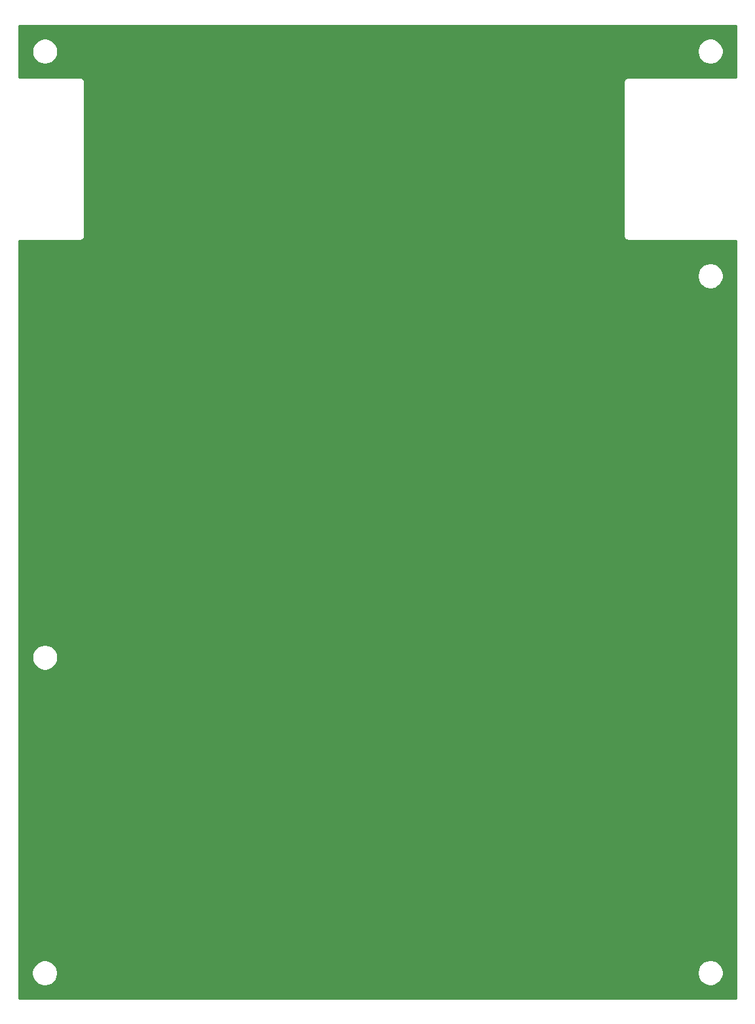
<source format=gtl>
G04 #@! TF.GenerationSoftware,KiCad,Pcbnew,(5.1.5-0-10_14)*
G04 #@! TF.CreationDate,2020-05-14T05:34:13+09:00*
G04 #@! TF.ProjectId,N-bottom-v02,4e2d626f-7474-46f6-9d2d-7630322e6b69,rev?*
G04 #@! TF.SameCoordinates,Original*
G04 #@! TF.FileFunction,Copper,L1,Top*
G04 #@! TF.FilePolarity,Positive*
%FSLAX46Y46*%
G04 Gerber Fmt 4.6, Leading zero omitted, Abs format (unit mm)*
G04 Created by KiCad (PCBNEW (5.1.5-0-10_14)) date 2020-05-14 05:34:13*
%MOMM*%
%LPD*%
G04 APERTURE LIST*
%ADD10C,0.254000*%
G04 APERTURE END LIST*
D10*
G36*
X174317960Y-31132397D02*
G01*
X174317960Y-37776176D01*
X160435859Y-37776176D01*
X160403440Y-37772983D01*
X160371021Y-37776176D01*
X160274057Y-37785726D01*
X160149647Y-37823466D01*
X160034990Y-37884751D01*
X159934492Y-37967228D01*
X159852015Y-38067726D01*
X159790730Y-38182383D01*
X159752990Y-38306793D01*
X159740247Y-38436176D01*
X159743441Y-38468605D01*
X159743440Y-58273651D01*
X159752990Y-58370615D01*
X159790730Y-58495025D01*
X159852015Y-58609682D01*
X159934492Y-58710181D01*
X160034990Y-58792658D01*
X160149647Y-58853943D01*
X160274057Y-58891683D01*
X160403440Y-58904426D01*
X160435859Y-58901233D01*
X174317960Y-58901233D01*
X174317960Y-156799983D01*
X81585147Y-156799983D01*
X81585147Y-153324042D01*
X83235000Y-153324042D01*
X83235000Y-153655958D01*
X83299754Y-153981496D01*
X83426772Y-154288147D01*
X83611175Y-154564125D01*
X83845875Y-154798825D01*
X84121853Y-154983228D01*
X84428504Y-155110246D01*
X84754042Y-155175000D01*
X85085958Y-155175000D01*
X85411496Y-155110246D01*
X85718147Y-154983228D01*
X85994125Y-154798825D01*
X86228825Y-154564125D01*
X86413228Y-154288147D01*
X86540246Y-153981496D01*
X86605000Y-153655958D01*
X86605000Y-153324042D01*
X86599033Y-153294042D01*
X169295000Y-153294042D01*
X169295000Y-153625958D01*
X169359754Y-153951496D01*
X169486772Y-154258147D01*
X169671175Y-154534125D01*
X169905875Y-154768825D01*
X170181853Y-154953228D01*
X170488504Y-155080246D01*
X170814042Y-155145000D01*
X171145958Y-155145000D01*
X171471496Y-155080246D01*
X171778147Y-154953228D01*
X172054125Y-154768825D01*
X172288825Y-154534125D01*
X172473228Y-154258147D01*
X172600246Y-153951496D01*
X172665000Y-153625958D01*
X172665000Y-153294042D01*
X172600246Y-152968504D01*
X172473228Y-152661853D01*
X172288825Y-152385875D01*
X172054125Y-152151175D01*
X171778147Y-151966772D01*
X171471496Y-151839754D01*
X171145958Y-151775000D01*
X170814042Y-151775000D01*
X170488504Y-151839754D01*
X170181853Y-151966772D01*
X169905875Y-152151175D01*
X169671175Y-152385875D01*
X169486772Y-152661853D01*
X169359754Y-152968504D01*
X169295000Y-153294042D01*
X86599033Y-153294042D01*
X86540246Y-152998504D01*
X86413228Y-152691853D01*
X86228825Y-152415875D01*
X85994125Y-152181175D01*
X85718147Y-151996772D01*
X85411496Y-151869754D01*
X85085958Y-151805000D01*
X84754042Y-151805000D01*
X84428504Y-151869754D01*
X84121853Y-151996772D01*
X83845875Y-152181175D01*
X83611175Y-152415875D01*
X83426772Y-152691853D01*
X83299754Y-152998504D01*
X83235000Y-153324042D01*
X81585147Y-153324042D01*
X81585147Y-112554042D01*
X83245000Y-112554042D01*
X83245000Y-112885958D01*
X83309754Y-113211496D01*
X83436772Y-113518147D01*
X83621175Y-113794125D01*
X83855875Y-114028825D01*
X84131853Y-114213228D01*
X84438504Y-114340246D01*
X84764042Y-114405000D01*
X85095958Y-114405000D01*
X85421496Y-114340246D01*
X85728147Y-114213228D01*
X86004125Y-114028825D01*
X86238825Y-113794125D01*
X86423228Y-113518147D01*
X86550246Y-113211496D01*
X86615000Y-112885958D01*
X86615000Y-112554042D01*
X86550246Y-112228504D01*
X86423228Y-111921853D01*
X86238825Y-111645875D01*
X86004125Y-111411175D01*
X85728147Y-111226772D01*
X85421496Y-111099754D01*
X85095958Y-111035000D01*
X84764042Y-111035000D01*
X84438504Y-111099754D01*
X84131853Y-111226772D01*
X83855875Y-111411175D01*
X83621175Y-111645875D01*
X83436772Y-111921853D01*
X83309754Y-112228504D01*
X83245000Y-112554042D01*
X81585147Y-112554042D01*
X81585147Y-63294042D01*
X169295000Y-63294042D01*
X169295000Y-63625958D01*
X169359754Y-63951496D01*
X169486772Y-64258147D01*
X169671175Y-64534125D01*
X169905875Y-64768825D01*
X170181853Y-64953228D01*
X170488504Y-65080246D01*
X170814042Y-65145000D01*
X171145958Y-65145000D01*
X171471496Y-65080246D01*
X171778147Y-64953228D01*
X172054125Y-64768825D01*
X172288825Y-64534125D01*
X172473228Y-64258147D01*
X172600246Y-63951496D01*
X172665000Y-63625958D01*
X172665000Y-63294042D01*
X172600246Y-62968504D01*
X172473228Y-62661853D01*
X172288825Y-62385875D01*
X172054125Y-62151175D01*
X171778147Y-61966772D01*
X171471496Y-61839754D01*
X171145958Y-61775000D01*
X170814042Y-61775000D01*
X170488504Y-61839754D01*
X170181853Y-61966772D01*
X169905875Y-62151175D01*
X169671175Y-62385875D01*
X169486772Y-62661853D01*
X169359754Y-62968504D01*
X169295000Y-63294042D01*
X81585147Y-63294042D01*
X81585147Y-58901233D01*
X89399611Y-58901233D01*
X89432030Y-58904426D01*
X89464449Y-58901233D01*
X89466054Y-58901075D01*
X89561413Y-58891683D01*
X89685823Y-58853943D01*
X89800480Y-58792658D01*
X89900978Y-58710181D01*
X89983455Y-58609683D01*
X90044740Y-58495026D01*
X90082480Y-58370616D01*
X90092030Y-58273652D01*
X90092030Y-58273651D01*
X90095223Y-58241233D01*
X90092030Y-58208814D01*
X90092030Y-38403757D01*
X90082480Y-38306793D01*
X90044740Y-38182383D01*
X89983455Y-38067726D01*
X89900978Y-37967228D01*
X89800479Y-37884751D01*
X89685822Y-37823466D01*
X89561412Y-37785726D01*
X89432030Y-37772983D01*
X89399611Y-37776176D01*
X81585147Y-37776176D01*
X81585147Y-34294042D01*
X83245000Y-34294042D01*
X83245000Y-34625958D01*
X83309754Y-34951496D01*
X83436772Y-35258147D01*
X83621175Y-35534125D01*
X83855875Y-35768825D01*
X84131853Y-35953228D01*
X84438504Y-36080246D01*
X84764042Y-36145000D01*
X85095958Y-36145000D01*
X85421496Y-36080246D01*
X85728147Y-35953228D01*
X86004125Y-35768825D01*
X86238825Y-35534125D01*
X86423228Y-35258147D01*
X86550246Y-34951496D01*
X86615000Y-34625958D01*
X86615000Y-34294042D01*
X169295000Y-34294042D01*
X169295000Y-34625958D01*
X169359754Y-34951496D01*
X169486772Y-35258147D01*
X169671175Y-35534125D01*
X169905875Y-35768825D01*
X170181853Y-35953228D01*
X170488504Y-36080246D01*
X170814042Y-36145000D01*
X171145958Y-36145000D01*
X171471496Y-36080246D01*
X171778147Y-35953228D01*
X172054125Y-35768825D01*
X172288825Y-35534125D01*
X172473228Y-35258147D01*
X172600246Y-34951496D01*
X172665000Y-34625958D01*
X172665000Y-34294042D01*
X172600246Y-33968504D01*
X172473228Y-33661853D01*
X172288825Y-33385875D01*
X172054125Y-33151175D01*
X171778147Y-32966772D01*
X171471496Y-32839754D01*
X171145958Y-32775000D01*
X170814042Y-32775000D01*
X170488504Y-32839754D01*
X170181853Y-32966772D01*
X169905875Y-33151175D01*
X169671175Y-33385875D01*
X169486772Y-33661853D01*
X169359754Y-33968504D01*
X169295000Y-34294042D01*
X86615000Y-34294042D01*
X86550246Y-33968504D01*
X86423228Y-33661853D01*
X86238825Y-33385875D01*
X86004125Y-33151175D01*
X85728147Y-32966772D01*
X85421496Y-32839754D01*
X85095958Y-32775000D01*
X84764042Y-32775000D01*
X84438504Y-32839754D01*
X84131853Y-32966772D01*
X83855875Y-33151175D01*
X83621175Y-33385875D01*
X83436772Y-33661853D01*
X83309754Y-33968504D01*
X83245000Y-34294042D01*
X81585147Y-34294042D01*
X81585147Y-31119983D01*
X174316737Y-31119983D01*
X174317960Y-31132397D01*
G37*
X174317960Y-31132397D02*
X174317960Y-37776176D01*
X160435859Y-37776176D01*
X160403440Y-37772983D01*
X160371021Y-37776176D01*
X160274057Y-37785726D01*
X160149647Y-37823466D01*
X160034990Y-37884751D01*
X159934492Y-37967228D01*
X159852015Y-38067726D01*
X159790730Y-38182383D01*
X159752990Y-38306793D01*
X159740247Y-38436176D01*
X159743441Y-38468605D01*
X159743440Y-58273651D01*
X159752990Y-58370615D01*
X159790730Y-58495025D01*
X159852015Y-58609682D01*
X159934492Y-58710181D01*
X160034990Y-58792658D01*
X160149647Y-58853943D01*
X160274057Y-58891683D01*
X160403440Y-58904426D01*
X160435859Y-58901233D01*
X174317960Y-58901233D01*
X174317960Y-156799983D01*
X81585147Y-156799983D01*
X81585147Y-153324042D01*
X83235000Y-153324042D01*
X83235000Y-153655958D01*
X83299754Y-153981496D01*
X83426772Y-154288147D01*
X83611175Y-154564125D01*
X83845875Y-154798825D01*
X84121853Y-154983228D01*
X84428504Y-155110246D01*
X84754042Y-155175000D01*
X85085958Y-155175000D01*
X85411496Y-155110246D01*
X85718147Y-154983228D01*
X85994125Y-154798825D01*
X86228825Y-154564125D01*
X86413228Y-154288147D01*
X86540246Y-153981496D01*
X86605000Y-153655958D01*
X86605000Y-153324042D01*
X86599033Y-153294042D01*
X169295000Y-153294042D01*
X169295000Y-153625958D01*
X169359754Y-153951496D01*
X169486772Y-154258147D01*
X169671175Y-154534125D01*
X169905875Y-154768825D01*
X170181853Y-154953228D01*
X170488504Y-155080246D01*
X170814042Y-155145000D01*
X171145958Y-155145000D01*
X171471496Y-155080246D01*
X171778147Y-154953228D01*
X172054125Y-154768825D01*
X172288825Y-154534125D01*
X172473228Y-154258147D01*
X172600246Y-153951496D01*
X172665000Y-153625958D01*
X172665000Y-153294042D01*
X172600246Y-152968504D01*
X172473228Y-152661853D01*
X172288825Y-152385875D01*
X172054125Y-152151175D01*
X171778147Y-151966772D01*
X171471496Y-151839754D01*
X171145958Y-151775000D01*
X170814042Y-151775000D01*
X170488504Y-151839754D01*
X170181853Y-151966772D01*
X169905875Y-152151175D01*
X169671175Y-152385875D01*
X169486772Y-152661853D01*
X169359754Y-152968504D01*
X169295000Y-153294042D01*
X86599033Y-153294042D01*
X86540246Y-152998504D01*
X86413228Y-152691853D01*
X86228825Y-152415875D01*
X85994125Y-152181175D01*
X85718147Y-151996772D01*
X85411496Y-151869754D01*
X85085958Y-151805000D01*
X84754042Y-151805000D01*
X84428504Y-151869754D01*
X84121853Y-151996772D01*
X83845875Y-152181175D01*
X83611175Y-152415875D01*
X83426772Y-152691853D01*
X83299754Y-152998504D01*
X83235000Y-153324042D01*
X81585147Y-153324042D01*
X81585147Y-112554042D01*
X83245000Y-112554042D01*
X83245000Y-112885958D01*
X83309754Y-113211496D01*
X83436772Y-113518147D01*
X83621175Y-113794125D01*
X83855875Y-114028825D01*
X84131853Y-114213228D01*
X84438504Y-114340246D01*
X84764042Y-114405000D01*
X85095958Y-114405000D01*
X85421496Y-114340246D01*
X85728147Y-114213228D01*
X86004125Y-114028825D01*
X86238825Y-113794125D01*
X86423228Y-113518147D01*
X86550246Y-113211496D01*
X86615000Y-112885958D01*
X86615000Y-112554042D01*
X86550246Y-112228504D01*
X86423228Y-111921853D01*
X86238825Y-111645875D01*
X86004125Y-111411175D01*
X85728147Y-111226772D01*
X85421496Y-111099754D01*
X85095958Y-111035000D01*
X84764042Y-111035000D01*
X84438504Y-111099754D01*
X84131853Y-111226772D01*
X83855875Y-111411175D01*
X83621175Y-111645875D01*
X83436772Y-111921853D01*
X83309754Y-112228504D01*
X83245000Y-112554042D01*
X81585147Y-112554042D01*
X81585147Y-63294042D01*
X169295000Y-63294042D01*
X169295000Y-63625958D01*
X169359754Y-63951496D01*
X169486772Y-64258147D01*
X169671175Y-64534125D01*
X169905875Y-64768825D01*
X170181853Y-64953228D01*
X170488504Y-65080246D01*
X170814042Y-65145000D01*
X171145958Y-65145000D01*
X171471496Y-65080246D01*
X171778147Y-64953228D01*
X172054125Y-64768825D01*
X172288825Y-64534125D01*
X172473228Y-64258147D01*
X172600246Y-63951496D01*
X172665000Y-63625958D01*
X172665000Y-63294042D01*
X172600246Y-62968504D01*
X172473228Y-62661853D01*
X172288825Y-62385875D01*
X172054125Y-62151175D01*
X171778147Y-61966772D01*
X171471496Y-61839754D01*
X171145958Y-61775000D01*
X170814042Y-61775000D01*
X170488504Y-61839754D01*
X170181853Y-61966772D01*
X169905875Y-62151175D01*
X169671175Y-62385875D01*
X169486772Y-62661853D01*
X169359754Y-62968504D01*
X169295000Y-63294042D01*
X81585147Y-63294042D01*
X81585147Y-58901233D01*
X89399611Y-58901233D01*
X89432030Y-58904426D01*
X89464449Y-58901233D01*
X89466054Y-58901075D01*
X89561413Y-58891683D01*
X89685823Y-58853943D01*
X89800480Y-58792658D01*
X89900978Y-58710181D01*
X89983455Y-58609683D01*
X90044740Y-58495026D01*
X90082480Y-58370616D01*
X90092030Y-58273652D01*
X90092030Y-58273651D01*
X90095223Y-58241233D01*
X90092030Y-58208814D01*
X90092030Y-38403757D01*
X90082480Y-38306793D01*
X90044740Y-38182383D01*
X89983455Y-38067726D01*
X89900978Y-37967228D01*
X89800479Y-37884751D01*
X89685822Y-37823466D01*
X89561412Y-37785726D01*
X89432030Y-37772983D01*
X89399611Y-37776176D01*
X81585147Y-37776176D01*
X81585147Y-34294042D01*
X83245000Y-34294042D01*
X83245000Y-34625958D01*
X83309754Y-34951496D01*
X83436772Y-35258147D01*
X83621175Y-35534125D01*
X83855875Y-35768825D01*
X84131853Y-35953228D01*
X84438504Y-36080246D01*
X84764042Y-36145000D01*
X85095958Y-36145000D01*
X85421496Y-36080246D01*
X85728147Y-35953228D01*
X86004125Y-35768825D01*
X86238825Y-35534125D01*
X86423228Y-35258147D01*
X86550246Y-34951496D01*
X86615000Y-34625958D01*
X86615000Y-34294042D01*
X169295000Y-34294042D01*
X169295000Y-34625958D01*
X169359754Y-34951496D01*
X169486772Y-35258147D01*
X169671175Y-35534125D01*
X169905875Y-35768825D01*
X170181853Y-35953228D01*
X170488504Y-36080246D01*
X170814042Y-36145000D01*
X171145958Y-36145000D01*
X171471496Y-36080246D01*
X171778147Y-35953228D01*
X172054125Y-35768825D01*
X172288825Y-35534125D01*
X172473228Y-35258147D01*
X172600246Y-34951496D01*
X172665000Y-34625958D01*
X172665000Y-34294042D01*
X172600246Y-33968504D01*
X172473228Y-33661853D01*
X172288825Y-33385875D01*
X172054125Y-33151175D01*
X171778147Y-32966772D01*
X171471496Y-32839754D01*
X171145958Y-32775000D01*
X170814042Y-32775000D01*
X170488504Y-32839754D01*
X170181853Y-32966772D01*
X169905875Y-33151175D01*
X169671175Y-33385875D01*
X169486772Y-33661853D01*
X169359754Y-33968504D01*
X169295000Y-34294042D01*
X86615000Y-34294042D01*
X86550246Y-33968504D01*
X86423228Y-33661853D01*
X86238825Y-33385875D01*
X86004125Y-33151175D01*
X85728147Y-32966772D01*
X85421496Y-32839754D01*
X85095958Y-32775000D01*
X84764042Y-32775000D01*
X84438504Y-32839754D01*
X84131853Y-32966772D01*
X83855875Y-33151175D01*
X83621175Y-33385875D01*
X83436772Y-33661853D01*
X83309754Y-33968504D01*
X83245000Y-34294042D01*
X81585147Y-34294042D01*
X81585147Y-31119983D01*
X174316737Y-31119983D01*
X174317960Y-31132397D01*
M02*

</source>
